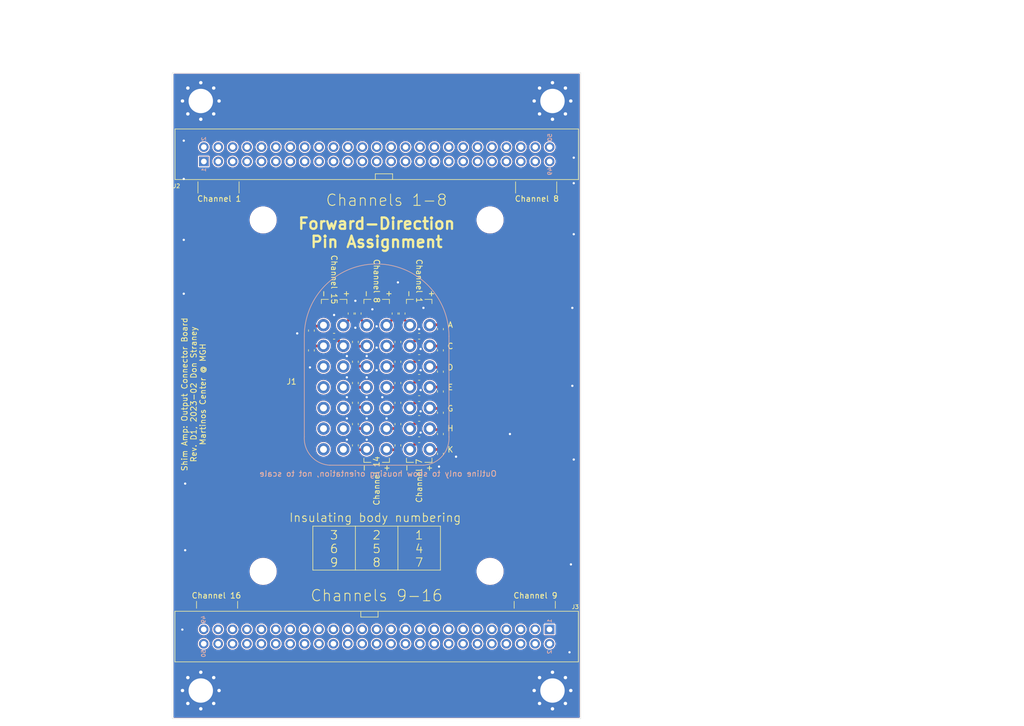
<source format=kicad_pcb>
(kicad_pcb (version 20211014) (generator pcbnew)
  (layers (0 "F.Cu" signal) (1 "In1.Cu" signal) (2 "In2.Cu" signal) (31 "B.Cu" signal) (34 "B.Paste" user) (35 "F.Paste" user) (36 "B.SilkS" user "B.Silkscreen") (37 "F.SilkS" user "F.Silkscreen") (38 "B.Mask" user) (39 "F.Mask" user) (44 "Edge.Cuts" user))
  (net 0 "")
  (net 1 "GND")
  (net 2 "/P9+")
  (net 3 "/P9-")
  (net 4 "/P1+")
  (net 5 "/P1-")
  (net 6 "/P10+")
  (net 7 "/P10-")
  (net 8 "/P2+")
  (net 9 "/P2-")
  (net 10 "/P11+")
  (net 11 "/P11-")
  (net 12 "/P3+")
  (net 13 "/P3-")
  (net 14 "/P12+")
  (net 15 "/P12-")
  (net 16 "/P4+")
  (net 17 "/P4-")
  (net 18 "/P13+")
  (net 19 "/P13-")
  (net 20 "/P5+")
  (net 21 "/P5-")
  (net 22 "/P14+")
  (net 23 "/P14-")
  (net 24 "/P6+")
  (net 25 "/P6-")
  (net 26 "/P15+")
  (net 27 "/P15-")
  (net 28 "/P7+")
  (net 29 "/P7-")
  (net 30 "/P16+")
  (net 31 "/P16-")
  (net 32 "/P8+")
  (net 33 "/P8-")
  (footprint "Martinos_std:PinHeader_2x25_P2.54mm_Vertical_Shrouded" (layer "F.Cu") (at 78.54 79.17 90)
    (fp_text reference "J2")
    (fp_text value "Conn_02x25_Odd_Even" hide)
  )
  (footprint "Martinos_std:PinHeader_2x25_P2.54mm_Vertical_Shrouded" (layer "F.Cu") (at 139.48 161.71 -90)
    (fp_text reference "J3")
    (fp_text value "Conn_02x25_Odd_Even" hide)
  )
  (footprint "MountingHole:MountingHole_4.3mm_M4" (layer "F.Cu") (at 89 89.48)
    (fp_text reference "H1" hide)
    (fp_text value "M4" hide)
  )
  (footprint "MountingHole:MountingHole_4.3mm_M4" (layer "F.Cu") (at 89 151.48)
    (fp_text reference "H3" hide)
    (fp_text value "M4" hide)
  )
  (footprint "MountingHole:MountingHole_4.3mm_M4" (layer "F.Cu") (at 129 151.48)
    (fp_text reference "H4" hide)
    (fp_text value "M4" hide)
  )
  (footprint "MountingHole:MountingHole_4.3mm_M4" (layer "F.Cu") (at 129 89.48)
    (fp_text reference "H2" hide)
    (fp_text value "M4" hide)
  )
  (footprint "Capacitor_SMD:C_0603_1608Metric" (layer "F.Cu") (at 120.25 123.5 -90)
    (fp_text reference "C9" hide)
    (fp_text value "C" hide)
  )
  (footprint "Capacitor_SMD:C_0603_1608Metric" (layer "F.Cu") (at 105.25 129.25 90)
    (fp_text reference "C28" hide)
    (fp_text value "C" hide)
  )
  (footprint "Capacitor_SMD:C_0603_1608Metric" (layer "F.Cu") (at 116.5 121)
    (fp_text reference "C10" hide)
    (fp_text value "C" hide)
  )
  (footprint "MountingHole:MountingHole_4.3mm_M4_Pad_Via" (layer "F.Cu") (at 78 68.5)
    (fp_text reference "H8" hide)
    (fp_text value "M4")
  )
  (footprint "Capacitor_SMD:C_0603_1608Metric" (layer "F.Cu") (at 112.75 114.5 90)
    (fp_text reference "C19" hide)
    (fp_text value "C" hide)
  )
  (footprint "MountingHole:MountingHole_4.3mm_M4_Pad_Via" (layer "F.Cu") (at 140 172.5)
    (fp_text reference "H7" hide)
    (fp_text value "M4")
  )
  (footprint "Capacitor_SMD:C_0603_1608Metric" (layer "F.Cu") (at 112.75 125.5 90)
    (fp_text reference "C25" hide)
    (fp_text value "C" hide)
  )
  (footprint "Capacitor_SMD:C_0603_1608Metric" (layer "F.Cu") (at 105.75 106 90)
    (fp_text reference "C16" hide)
    (fp_text value "C" hide)
  )
  (footprint "Capacitor_SMD:C_0603_1608Metric" (layer "F.Cu") (at 113.5 106 90)
    (fp_text reference "C2" hide)
    (fp_text value "C" hide)
  )
  (footprint "Capacitor_SMD:C_0603_1608Metric" (layer "F.Cu") (at 116.5 124.5)
    (fp_text reference "C12" hide)
    (fp_text value "C" hide)
  )
  (footprint "Capacitor_SMD:C_0603_1608Metric" (layer "F.Cu") (at 97.5 109 -90)
    (fp_text reference "C30" hide)
    (fp_text value "C" hide)
  )
  (footprint "Capacitor_SMD:C_0603_1608Metric" (layer "F.Cu") (at 105.25 114.5 90)
    (fp_text reference "C20" hide)
    (fp_text value "C" hide)
  )
  (footprint "Capacitor_SMD:C_0603_1608Metric" (layer "F.Cu") (at 112.75 118.25 90)
    (fp_text reference "C21" hide)
    (fp_text value "C" hide)
  )
  (footprint "Capacitor_SMD:C_0603_1608Metric" (layer "F.Cu") (at 112.75 111 90)
    (fp_text reference "C17" hide)
    (fp_text value "C" hide)
  )
  (footprint "Capacitor_SMD:C_0603_1608Metric" (layer "F.Cu") (at 120.25 119.75 -90)
    (fp_text reference "C7" hide)
    (fp_text value "C" hide)
  )
  (footprint "MountingHole:MountingHole_4.3mm_M4_Pad_Via" (layer "F.Cu") (at 78 172.5)
    (fp_text reference "H6" hide)
    (fp_text value "M4")
  )
  (footprint "Capacitor_SMD:C_0603_1608Metric" (layer "F.Cu") (at 97.5 112.5 -90)
    (fp_text reference "C32" hide)
    (fp_text value "C" hide)
  )
  (footprint "Capacitor_SMD:C_0603_1608Metric" (layer "F.Cu") (at 116.5 110)
    (fp_text reference "C4" hide)
    (fp_text value "C" hide)
  )
  (footprint "Capacitor_SMD:C_0603_1608Metric" (layer "F.Cu") (at 120.25 108.75 -90)
    (fp_text reference "C1" hide)
    (fp_text value "C" hide)
  )
  (footprint "Capacitor_SMD:C_0603_1608Metric" (layer "F.Cu") (at 105.25 118.25 90)
    (fp_text reference "C22" hide)
    (fp_text value "C" hide)
  )
  (footprint "Capacitor_SMD:C_0603_1608Metric" (layer "F.Cu") (at 112.75 129.25 90)
    (fp_text reference "C27" hide)
    (fp_text value "C" hide)
  )
  (footprint "Capacitor_SMD:C_0603_1608Metric" (layer "F.Cu") (at 101.5 110 180)
    (fp_text reference "C31" hide)
    (fp_text value "C" hide)
  )
  (footprint "Capacitor_SMD:C_0603_1608Metric" (layer "F.Cu") (at 116.5 128.25)
    (fp_text reference "C14" hide)
    (fp_text value "C" hide)
  )
  (footprint "Capacitor_SMD:C_0603_1608Metric" (layer "F.Cu") (at 105.25 125.5 90)
    (fp_text reference "C26" hide)
    (fp_text value "C" hide)
  )
  (footprint "MountingHole:MountingHole_4.3mm_M4_Pad_Via" (layer "F.Cu") (at 140 68.5)
    (fp_text reference "H5" hide)
    (fp_text value "M4")
  )
  (footprint "Capacitor_SMD:C_0603_1608Metric" (layer "F.Cu") (at 116.5 113.75)
    (fp_text reference "C6" hide)
    (fp_text value "C" hide)
  )
  (footprint "Capacitor_SMD:C_0603_1608Metric" (layer "F.Cu") (at 105.25 111 90)
    (fp_text reference "C18" hide)
    (fp_text value "C" hide)
  )
  (footprint "Capacitor_SMD:C_0603_1608Metric" (layer "F.Cu") (at 116.5 117.25)
    (fp_text reference "C8" hide)
    (fp_text value "C" hide)
  )
  (footprint "Capacitor_SMD:C_0603_1608Metric" (layer "F.Cu") (at 120.25 116.25 -90)
    (fp_text reference "C5" hide)
    (fp_text value "C" hide)
  )
  (footprint "Capacitor_SMD:C_0603_1608Metric" (layer "F.Cu") (at 104.5 106 90)
    (fp_text reference "C29" hide)
    (fp_text value "C" hide)
  )
  (footprint "Capacitor_SMD:C_0603_1608Metric" (layer "F.Cu") (at 120.25 112.5 -90)
    (fp_text reference "C3" hide)
    (fp_text value "C" hide)
  )
  (footprint "Capacitor_SMD:C_0603_1608Metric" (layer "F.Cu") (at 112.25 106 90)
    (fp_text reference "C15" hide)
    (fp_text value "C" hide)
  )
  (footprint "Capacitor_SMD:C_0603_1608Metric" (layer "F.Cu") (at 120.25 127.25 -90)
    (fp_text reference "C11" hide)
    (fp_text value "C" hide)
  )
  (footprint "Capacitor_SMD:C_0603_1608Metric" (layer "F.Cu") (at 112.75 121.75 90)
    (fp_text reference "C23" hide)
    (fp_text value "C" hide)
  )
  (footprint "Capacitor_SMD:C_0603_1608Metric" (layer "F.Cu") (at 120.25 130.75 -90)
    (fp_text reference "C13" hide)
    (fp_text value "C" hide)
  )
  (footprint "Capacitor_SMD:C_0603_1608Metric" (layer "F.Cu") (at 105.25 121.75 90)
    (fp_text reference "C24" hide)
    (fp_text value "C" hide)
  )
  (footprint "Don:ODU-MAC_Zero_6x7" (layer "B.Cu") (at 109 119 180)
    (fp_text reference "J1")
    (fp_text value "ODU-MAC_Zero_6x7" hide)
  )
  (gr_line (start 96.25 110) (end 96.25 127.75) (layer "B.SilkS") (width 0.12))
  (gr_arc (start 100.75 132.75) (mid 97.464466 131.181981) (end 96.25 127.75) (layer "B.SilkS") (width 0.12))
  (gr_line (start 100.75 132.75) (end 117.25 132.75) (layer "B.SilkS") (width 0.12))
  (gr_arc (start 96.25 110) (mid 109 97.25) (end 121.75 110) (layer "B.SilkS") (width 0.12))
  (gr_line (start 121.75 110) (end 121.75 127.75) (layer "B.SilkS") (width 0.12))
  (gr_arc (start 121.75 127.75) (mid 120.535534 131.181981) (end 117.25 132.75) (layer "B.SilkS") (width 0.12))
  (gr_line (start 115.5 132.25) (end 114.25 132.25) (layer "F.SilkS") (width 0.12))
  (gr_line (start 114.25 132.25) (end 114.25 131.5) (layer "F.SilkS") (width 0.12))
  (gr_line (start 117.5 132.25) (end 118.75 132.25) (layer "F.SilkS") (width 0.12))
  (gr_line (start 118.75 132.25) (end 118.75 131.5) (layer "F.SilkS") (width 0.12))
  (gr_line (start 133.25 158) (end 133.25 156.75) (layer "F.SilkS") (width 0.12))
  (gr_line (start 140.5 158) (end 140.5 156.75) (layer "F.SilkS") (width 0.12))
  (gr_line (start 108 132.25) (end 106.75 132.25) (layer "F.SilkS") (width 0.12))
  (gr_line (start 84.75 82.75) (end 84.75 84.75) (layer "F.SilkS") (width 0.12))
  (gr_line (start 133.5 82.75) (end 133.5 84.75) (layer "F.SilkS") (width 0.12))
  (gr_line (start 77.5 82.75) (end 77.5 84.75) (layer "F.SilkS") (width 0.12))
  (gr_line (start 99.25 103.5) (end 99.25 104.25) (layer "F.SilkS") (width 0.12))
  (gr_line (start 97.75 143.5) (end 120.25 143.5) (layer "F.SilkS") (width 0.12))
  (gr_line (start 112.75 143.5) (end 112.75 151.25) (layer "F.SilkS") (width 0.12))
  (gr_line (start 106.75 103.5) (end 106.75 104.25) (layer "F.SilkS") (width 0.12))
  (gr_line (start 97.75 151.25) (end 97.75 143.5) (layer "F.SilkS") (width 0.12))
  (gr_line (start 140.75 82.75) (end 140.75 84.75) (layer "F.SilkS") (width 0.12))
  (gr_line (start 103.75 103.5) (end 103.75 104.25) (layer "F.SilkS") (width 0.12))
  (gr_line (start 84.5 158) (end 84.5 156.75) (layer "F.SilkS") (width 0.12))
  (gr_line (start 102.5 103.5) (end 103.75 103.5) (layer "F.SilkS") (width 0.12))
  (gr_line (start 110 103.5) (end 111.25 103.5) (layer "F.SilkS") (width 0.12))
  (gr_line (start 114.25 103.5) (end 114.25 104.25) (layer "F.SilkS") (width 0.12))
  (gr_line (start 120.25 151.25) (end 97.75 151.25) (layer "F.SilkS") (width 0.12))
  (gr_line (start 105.25 143.5) (end 105.25 151.25) (layer "F.SilkS") (width 0.12))
  (gr_line (start 106.75 132.25) (end 106.75 131.5) (layer "F.SilkS") (width 0.12))
  (gr_line (start 108 103.5) (end 106.75 103.5) (layer "F.SilkS") (width 0.12))
  (gr_line (start 117.5 103.5) (end 118.75 103.5) (layer "F.SilkS") (width 0.12))
  (gr_line (start 77.25 158) (end 77.25 156.75) (layer "F.SilkS") (width 0.12))
  (gr_line (start 120.25 143.5) (end 120.25 151.25) (layer "F.SilkS") (width 0.12))
  (gr_line (start 111.25 132.25) (end 111.25 131.5) (layer "F.SilkS") (width 0.12))
  (gr_line (start 118.75 103.5) (end 118.75 104.25) (layer "F.SilkS") (width 0.12))
  (gr_line (start 100.5 103.5) (end 99.25 103.5) (layer "F.SilkS") (width 0.12))
  (gr_line (start 111.25 103.5) (end 111.25 104.25) (layer "F.SilkS") (width 0.12))
  (gr_line (start 115.5 103.5) (end 114.25 103.5) (layer "F.SilkS") (width 0.12))
  (gr_line (start 110 132.25) (end 111.25 132.25) (layer "F.SilkS") (width 0.12))
  (gr_line (start 145 177.5) (end 73 177.5) (layer "Edge.Cuts") (width 0.05))
  (gr_line (start 73 177.5) (end 73 63.5) (layer "Edge.Cuts") (width 0.05))
  (gr_line (start 73 63.5) (end 145 63.5) (layer "Edge.Cuts") (width 0.05))
  (gr_line (start 145 63.5) (end 145 177.5) (layer "Edge.Cuts") (width 0.05))
  (gr_text "Outline only to show housing orientation, not to scale" (at 109.25 134.25) (layer "B.SilkS") (effects (font (size 1 1)) (justify mirror)))
  (gr_text "Channel 7" (at 116.5 135.5 90) (layer "F.SilkS") (effects (font (size 1 1))))
  (gr_text "Channel 8" (at 137.25 85.75) (layer "F.SilkS") (effects (font (size 1 1))))
  (gr_text "Channel 16" (at 80.75 155.75) (layer "F.SilkS") (effects (font (size 1 1))))
  (gr_text "Channel 9" (at 137 155.75) (layer "F.SilkS") (effects (font (size 1 1))))
  (gr_text "Channels 1-8" (at 110.75 86) (layer "F.SilkS") (effects (font (size 2 2))))
  (gr_text "Channels 9-16" (at 109 155.75) (layer "F.SilkS") (effects (font (size 2 2))))
  (gr_text "Forward-Direction\nPin Assignment" (at 109 91.75) (layer "F.SilkS") (effects (font (size 2 2) (thickness 0.4))))
  (gr_text "C" (at 122 111.75) (layer "F.SilkS") (effects (font (size 1 1))))
  (gr_text "Channel 8" (at 109 100.25 270) (layer "F.SilkS") (effects (font (size 1 1))))
  (gr_text "1\n4\n7" (at 116.5 147.5) (layer "F.SilkS") (effects (font (size 1.5 1.5))))
  (gr_text "+" (at 110.75 133.25 90) (layer "F.SilkS") (effects (font (size 1 1))))
  (gr_text "-" (at 99.75 102.5 270) (layer "F.SilkS") (effects (font (size 1 1))))
  (gr_text "Channel 1" (at 116.5 100.25 270) (layer "F.SilkS") (effects (font (size 1 1))))
  (gr_text "-" (at 107.25 102.5 270) (layer "F.SilkS") (effects (font (size 1 1))))
  (gr_text "A" (at 122 108) (layer "F.SilkS") (effects (font (size 1 1))))
  (gr_text "Channel 1" (at 81.25 85.75) (layer "F.SilkS") (effects (font (size 1 1))))
  (gr_text "E" (at 122 119) (layer "F.SilkS") (effects (font (size 1 1))))
  (gr_text "D" (at 122 115.5) (layer "F.SilkS") (effects (font (size 1 1))))
  (gr_text "Insulating body numbering" (at 108.75 142) (layer "F.SilkS") (effects (font (size 1.5 1.5))))
  (gr_text "+" (at 103.75 102.5 270) (layer "F.SilkS") (effects (font (size 1 1))))
  (gr_text "Channel 15" (at 101.5 100 270) (layer "F.SilkS") (effects (font (size 1 1))))
  (gr_text "+" (at 118.75 102.5 270) (layer "F.SilkS") (effects (font (size 1 1))))
  (gr_text "H" (at 122 126.25) (layer "F.SilkS") (effects (font (size 1 1))))
  (gr_text "G" (at 122 122.75) (layer "F.SilkS") (effects (font (size 1 1))))
  (gr_text "3\n6\n9" (at 101.5 147.5) (layer "F.SilkS") (effects (font (size 1.5 1.5))))
  (gr_text "Channel 14" (at 109 135.5 90) (layer "F.SilkS") (effects (font (size 1 1))))
  (gr_text "+" (at 111.25 102.5 270) (layer "F.SilkS") (effects (font (size 1 1))))
  (gr_text "Shim Amp: Output Connector Board\nRev. D1, 2023-02 Don Straney\nMartinos Center @ MGH" (at 76.75 120.25 90) (layer "F.SilkS") (effects (font (size 1 1))))
  (gr_text "-" (at 106.75 133.25 90) (layer "F.SilkS") (effects (font (size 1 1))))
  (gr_text "2\n5\n8" (at 109 147.5) (layer "F.SilkS") (effects (font (size 1.5 1.5))))
  (gr_text "+" (at 118.25 133.25 90) (layer "F.SilkS") (effects (font (size 1 1))))
  (gr_text "K" (at 122 130) (layer "F.SilkS") (effects (font (size 1 1))))
  (gr_text "-" (at 114.25 133.25 90) (layer "F.SilkS") (effects (font (size 1 1))))
  (gr_text "-" (at 114.75 102.5 270) (layer "F.SilkS") (effects (font (size 1 1))))
  (via (at 109 112) (size 0.8) (drill 0.4) (layers "F.Cu" "B.Cu") (net 1))
  (via (at 108.25 105.25) (size 0.8) (drill 0.4) (layers "F.Cu" "B.Cu") (net 1))
  (via (at 116.75 123.25) (size 0.8) (drill 0.4) (layers "F.Cu" "B.Cu") (net 1))
  (via (at 75.25 136) (size 0.8) (drill 0.4) (layers "F.Cu" "B.Cu") (net 1))
  (via (at 97.25 115.5) (size 0.8) (drill 0.4) (layers "F.Cu" "B.Cu") (net 1))
  (via (at 75.25 147.75) (size 0.8) (drill 0.4) (layers "F.Cu" "B.Cu") (net 1))
  (via (at 75 102.5) (size 0.8) (drill 0.4) (layers "F.Cu" "B.Cu") (net 1))
  (via (at 116.75 116) (size 0.8) (drill 0.4) (layers "F.Cu" "B.Cu") (net 1))
  (via (at 107.25 120.75) (size 0.8) (drill 0.4) (layers "F.Cu" "B.Cu") (net 1))
  (via (at 75 82.25) (size 0.8) (drill 0.4) (layers "F.Cu" "B.Cu") (net 1))
  (via (at 74.75 161.75) (size 0.8) (drill 0.4) (layers "F.Cu" "B.Cu") (net 1))
  (via (at 143 165.75) (size 0.8) (drill 0.4) (layers "F.Cu" "B.Cu") (net 1))
  (via (at 110.75 124.5) (size 0.8) (drill 0.4) (layers "F.Cu" "B.Cu") (net 1))
  (via (at 103.75 128.25) (size 0.8) (drill 0.4) (layers "F.Cu" "B.Cu") (net 1))
  (via (at 75 93) (size 0.8) (drill 0.4) (layers "F.Cu" "B.Cu") (net 1))
  (via (at 116.75 112.25) (size 0.8) (drill 0.4) (layers "F.Cu" "B.Cu") (net 1))
  (via (at 112.75 100.5) (size 0.8) (drill 0.4) (layers "F.Cu" "B.Cu") (net 1))
  (via (at 103.75 113.5) (size 0.8) (drill 0.4) (layers "F.Cu" "B.Cu") (net 1))
  (via (at 103.75 117.25) (size 0.8) (drill 0.4) (layers "F.Cu" "B.Cu") (net 1))
  (via (at 123 131.25) (size 0.8) (drill 0.4) (layers "F.Cu" "B.Cu") (net 1))
  (via (at 132.5 127.25) (size 0.8) (drill 0.4) (layers "F.Cu" "B.Cu") (net 1))
  (via (at 105.25 103.75) (size 0.8) (drill 0.4) (layers "F.Cu" "B.Cu") (net 1))
  (via (at 107.25 124.5) (size 0.8) (drill 0.4) (layers "F.Cu" "B.Cu") (net 1))
  (via (at 143.75 78.5) (size 0.8) (drill 0.4) (layers "F.Cu" "B.Cu") (net 1))
  (via (at 143.5 118.75) (size 0.8) (drill 0.4) (layers "F.Cu" "B.Cu") (net 1))
  (via (at 116.75 127) (size 0.8) (drill 0.4) (layers "F.Cu" "B.Cu") (net 1))
  (via (at 107.25 128.25) (size 0.8) (drill 0.4) (layers "F.Cu" "B.Cu") (net 1))
  (via (at 143.5 105) (size 0.8) (drill 0.4) (layers "F.Cu" "B.Cu") (net 1))
  (via (at 116.5 108.75) (size 0.8) (drill 0.4) (layers "F.Cu" "B.Cu") (net 1))
  (via (at 120 133) (size 0.8) (drill 0.4) (layers "F.Cu" "B.Cu") (net 1))
  (via (at 143.75 131.75) (size 0.8) (drill 0.4) (layers "F.Cu" "B.Cu") (net 1))
  (via (at 143.75 92) (size 0.8) (drill 0.4) (layers "F.Cu" "B.Cu") (net 1))
  (via (at 107.25 117.25) (size 0.8) (drill 0.4) (layers "F.Cu" "B.Cu") (net 1))
  (via (at 109 108.25) (size 0.8) (drill 0.4) (layers "F.Cu" "B.Cu") (net 1))
  (via (at 143.75 83) (size 0.8) (drill 0.4) (layers "F.Cu" "B.Cu") (net 1))
  (via (at 103.75 120.75) (size 0.8) (drill 0.4) (layers "F.Cu" "B.Cu") (net 1))
  (via (at 117.25 105) (size 0.8) (drill 0.4) (layers "F.Cu" "B.Cu") (net 1))
  (via (at 103.75 124.5) (size 0.8) (drill 0.4) (layers "F.Cu" "B.Cu") (net 1))
  (via (at 109 116) (size 0.8) (drill 0.4) (layers "F.Cu" "B.Cu") (net 1))
  (via (at 105.25 108.5) (size 0.8) (drill 0.4) (layers "F.Cu" "B.Cu") (net 1))
  (via (at 116.75 119.5) (size 0.8) (drill 0.4) (layers "F.Cu" "B.Cu") (net 1))
  (via (at 110 120.75) (size 0.8) (drill 0.4) (layers "F.Cu" "B.Cu") (net 1))
  (via (at 101.5 106.25) (size 0.8) (drill 0.4) (layers "F.Cu" "B.Cu") (net 1))
  (via (at 75 75.5) (size 0.8) (drill 0.4) (layers "F.Cu" "B.Cu") (net 1))
  (via (at 143.25 150.25) (size 0.8) (drill 0.4) (layers "F.Cu" "B.Cu") (net 1))
  (via (at 107.25 113.5) (size 0.8) (drill 0.4) (layers "F.Cu" "B.Cu") (net 1))
  (via (at 95 109.5) (size 0.8) (drill 0.4) (layers "F.Cu" "B.Cu") (net 1))
  (segment (start 110.825 111.775) (end 110.75 111.7) (width 0.47) (layer "F.Cu") (net 2))
  (segment (start 112.75 111.775) (end 110.825 111.775) (width 0.47) (layer "F.Cu") (net 2))
  (segment (start 107.175 111.775) (end 107.25 111.7) (width 0.47) (layer "F.Cu") (net 3))
  (segment (start 105.25 111.775) (end 107.175 111.775) (width 0.47) (layer "F.Cu") (net 3))
  (segment (start 120.25 107.975) (end 118.445 107.975) (width 0.47) (layer "F.Cu") (net 4))
  (segment (start 118.445 107.975) (end 118.37 108.05) (width 0.47) (layer "F.Cu") (net 4))
  (segment (start 113.595 106.775) (end 114.87 108.05) (width 0.47) (layer "F.Cu") (net 5))
  (segment (start 113.5 106.775) (end 113.595 106.775) (width 0.47) (layer "F.Cu") (net 5))
  (segment (start 110.825 115.275) (end 110.75 115.35) (width 0.47) (layer "F.Cu") (net 6))
  (segment (start 112.75 115.275) (end 110.825 115.275) (width 0.47) (layer "F.Cu") (net 6))
  (segment (start 107.175 115.275) (end 107.25 115.35) (width 0.47) (layer "F.Cu") (net 7))
  (segment (start 105.25 115.275) (end 107.175 115.275) (width 0.47) (layer "F.Cu") (net 7))
  (segment (start 120.25 111.725) (end 118.395 111.725) (width 0.47) (layer "F.Cu") (net 8))
  (segment (start 118.395 111.725) (end 118.37 111.7) (width 0.47) (layer "F.Cu") (net 8))
  (segment (start 115.725 110.845) (end 114.87 111.7) (width 0.47) (layer "F.Cu") (net 9))
  (segment (start 115.725 110) (end 115.725 110.845) (width 0.47) (layer "F.Cu") (net 9))
  (segment (start 112.75 119.025) (end 110.775 119.025) (width 0.47) (layer "F.Cu") (net 10))
  (segment (start 110.775 119.025) (end 110.75 119) (width 0.47) (layer "F.Cu") (net 10))
  (segment (start 105.25 119.025) (end 107.225 119.025) (width 0.47) (layer "F.Cu") (net 11))
  (segment (start 107.225 119.025) (end 107.25 119) (width 0.47) (layer "F.Cu") (net 11))
  (segment (start 120.25 115.475) (end 118.495 115.475) (width 0.47) (layer "F.Cu") (net 12))
  (segment (start 118.495 115.475) (end 118.37 115.35) (width 0.47) (layer "F.Cu") (net 12))
  (segment (start 115.725 114.495) (end 114.87 115.35) (width 0.47) (layer "F.Cu") (net 13))
  (segment (start 115.725 113.75) (end 115.725 114.495) (width 0.47) (layer "F.Cu") (net 13))
  (segment (start 112.75 122.525) (end 110.875 122.525) (width 0.47) (layer "F.Cu") (net 14))
  (segment (start 110.875 122.525) (end 110.75 122.65) (width 0.47) (layer "F.Cu") (net 14))
  (segment (start 105.25 122.525) (end 107.125 122.525) (width 0.47) (layer "F.Cu") (net 15))
  (segment (start 107.125 122.525) (end 107.25 122.65) (width 0.47) (layer "F.Cu") (net 15))
  (segment (start 118.395 118.975) (end 118.37 119) (width 0.47) (layer "F.Cu") (net 16))
  (segment (start 120.25 118.975) (end 118.395 118.975) (width 0.47) (layer "F.Cu") (net 16))
  (segment (start 115.725 117.25) (end 115.725 118.145) (width 0.47) (layer "F.Cu") (net 17))
  (segment (start 115.725 118.145) (end 114.87 119) (width 0.47) (layer "F.Cu") (net 17))
  (segment (start 112.75 126.275) (end 110.775 126.275) (width 0.47) (layer "F.Cu") (net 18))
  (segment (start 110.775 126.275) (end 110.75 126.3) (width 0.47) (layer "F.Cu") (net 18))
  (segment (start 105.25 126.275) (end 107.225 126.275) (width 0.47) (layer "F.Cu") (net 19))
  (segment (start 107.225 126.275) (end 107.25 126.3) (width 0.47) (layer "F.Cu") (net 19))
  (segment (start 120.25 122.725) (end 118.445 122.725) (width 0.47) (layer "F.Cu") (net 20))
  (segment (start 118.445 122.725) (end 118.37 122.65) (width 0.47) (layer "F.Cu") (net 20))
  (segment (start 115.725 121.795) (end 114.87 122.65) (width 0.47) (layer "F.Cu") (net 21))
  (segment (start 115.725 121) (end 115.725 121.795) (width 0.47) (layer "F.Cu") (net 21))
  (segment (start 112.75 130.025) (end 110.825 130.025) (width 0.47) (layer "F.Cu") (net 22))
  (segment (start 110.825 130.025) (end 110.75 129.95) (width 0.47) (layer "F.Cu") (net 22))
  (segment (start 105.25 130.025) (end 107.175 130.025) (width 0.47) (layer "F.Cu") (net 23))
  (segment (start 107.175 130.025) (end 107.25 129.95) (width 0.47) (layer "F.Cu") (net 23))
  (segment (start 120.25 126.475) (end 118.545 126.475) (width 0.47) (layer "F.Cu") (net 24))
  (segment (start 118.545 126.475) (end 118.37 126.3) (width 0.47) (layer "F.Cu") (net 24))
  (segment (start 115.725 125.445) (end 114.87 126.3) (width 0.47) (layer "F.Cu") (net 25))
  (segment (start 115.725 124.5) (end 115.725 125.445) (width 0.47) (layer "F.Cu") (net 25))
  (segment (start 104.5 106.775) (end 104.405 106.775) (width 0.47) (layer "F.Cu") (net 26))
  (segment (start 104.405 106.775) (end 103.13 108.05) (width 0.47) (layer "F.Cu") (net 26))
  (segment (start 99.455 108.225) (end 99.63 108.05) (width 0.47) (layer "F.Cu") (net 27))
  (segment (start 97.5 108.225) (end 99.455 108.225) (width 0.47) (layer "F.Cu") (net 27))
  (segment (start 118.395 129.975) (end 118.37 129.95) (width 0.47) (layer "F.Cu") (net 28))
  (segment (start 120.25 129.975) (end 118.395 129.975) (width 0.47) (layer "F.Cu") (net 28))
  (segment (start 115.725 129.095) (end 114.87 129.95) (width 0.47) (layer "F.Cu") (net 29))
  (segment (start 115.725 128.25) (end 115.725 129.095) (width 0.47) (layer "F.Cu") (net 29))
  (segment (start 102.275 110.845) (end 103.13 111.7) (width 0.47) (layer "F.Cu") (net 30))
  (segment (start 102.275 110) (end 102.275 110.845) (width 0.47) (layer "F.Cu") (net 30))
  (segment (start 99.605 111.725) (end 99.63 111.7) (width 0.47) (layer "F.Cu") (net 31))
  (segment (start 97.5 111.725) (end 99.605 111.725) (width 0.47) (layer "F.Cu") (net 31))
  (segment (start 112.25 106.775) (end 112.025 106.775) (width 0.47) (layer "F.Cu") (net 32))
  (segment (start 112.025 106.775) (end 110.75 108.05) (width 0.47) (layer "F.Cu") (net 32))
  (segment (start 105.75 106.775) (end 105.975 106.775) (width 0.47) (layer "F.Cu") (net 33))
  (segment (start 105.975 106.775) (end 107.25 108.05) (width 0.47) (layer "F.Cu") (net 33))
  (zone (net 1) (net_name "GND") (layer "F.Cu") (connect_pads (clearance 0.2)) (min_thickness 0.18) (fill yes (thermal_gap 0.2) (thermal_bridge_width 0.2))
    (polygon (pts (xy 148 178) (xy 72.75 178) (xy 72.75 61.25) (xy 148 61.25)))
  )
  (zone (net 1) (net_name "GND") (layer "B.Cu") (connect_pads (clearance 0.2)) (min_thickness 0.18) (fill yes (thermal_gap 0.2) (thermal_bridge_width 0.2))
    (polygon (pts (xy 147.5 178.75) (xy 72.25 178.75) (xy 72.25 62) (xy 147.5 62)))
  )
)
</source>
